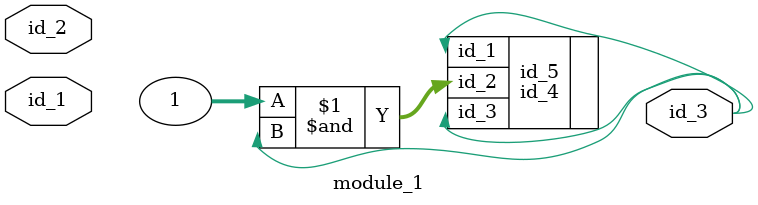
<source format=v>
module module_0 (
    id_1,
    id_2
);
  output id_2;
  input id_1;
  id_3 id_4 (
      .id_2(id_1),
      .id_2(id_2),
      .id_5(id_2),
      .id_1(id_2),
      .id_1(id_1),
      .id_2(id_5),
      .id_2(id_5),
      .id_5(id_1)
  );
  id_6 id_7 (
      .id_2(id_4),
      .id_1(id_4)
  );
  id_8 id_9 (
      .id_5(id_5),
      .id_7(id_7)
  );
endmodule
module module_1 (
    id_1,
    id_2,
    id_3
);
  output id_3;
  input id_2;
  input id_1;
  id_4 id_5 (
      .id_2(id_2),
      .id_3(id_1),
      .id_3((id_1)),
      .id_2(1 & id_3),
      .id_3(id_3),
      .id_1(id_3)
  );
endmodule

</source>
